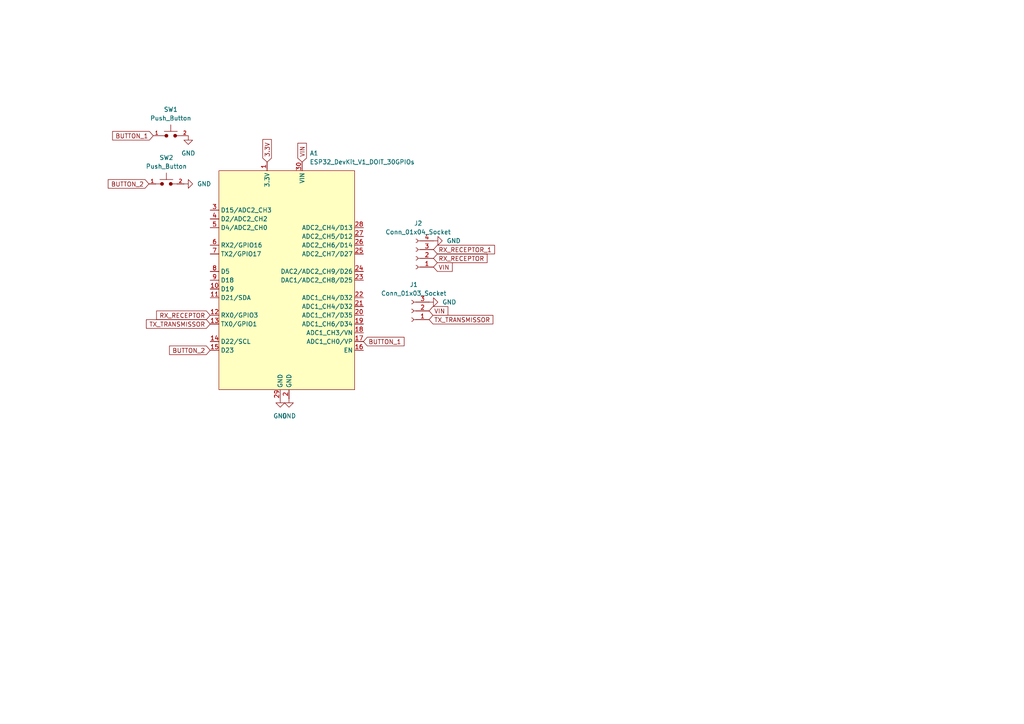
<source format=kicad_sch>
(kicad_sch (version 20231120) (generator "eeschema") (generator_version "8.0")
  (paper "A4")
  (lib_symbols
    (symbol "Connector:Conn_01x03_Socket" (pin_names (offset 1.016) hide)
      (property "Reference" "J" (at 0 5.08 0))
      (property "Value" "Conn_01x03_Socket" (at 0 -5.08 0))
      (symbol "Conn_01x03_Socket_1_1"
        (arc (start 0 -2.032) (mid -0.5058 -2.54) (end 0 -3.048) (stroke (width 0.1524)))
        (polyline (pts (xy -1.27 -2.54) (xy -0.508 -2.54)) (stroke (width 0.1524)))
        (polyline (pts (xy -1.27 0) (xy -0.508 0)) (stroke (width 0.1524)))
        (polyline (pts (xy -1.27 2.54) (xy -0.508 2.54)) (stroke (width 0.1524)))
        (arc (start 0 0.508) (mid -0.5058 0) (end 0 -0.508) (stroke (width 0.1524)))
        (arc (start 0 3.048) (mid -0.5058 2.54) (end 0 2.032) (stroke (width 0.1524)))
        (pin passive line (at -5.08 2.54 0) (length 3.81) (name "Pin_1") (number "1"))
        (pin passive line (at -5.08 0 0) (length 3.81) (name "Pin_2") (number "2"))
        (pin passive line (at -5.08 -2.54 0) (length 3.81) (name "Pin_3") (number "3"))
      )
    )
    (symbol "Connector:Conn_01x04_Socket" (pin_names (offset 1.016) hide)
      (property "Reference" "J" (at 0 5.08 0))
      (property "Value" "Conn_01x04_Socket" (at 0 -7.62 0))
      (symbol "Conn_01x04_Socket_1_1"
        (arc (start 0 -4.572) (mid -0.5058 -5.08) (end 0 -5.588) (stroke (width 0.1524)))
        (arc (start 0 -2.032) (mid -0.5058 -2.54) (end 0 -3.048) (stroke (width 0.1524)))
        (polyline (pts (xy -1.27 -5.08) (xy -0.508 -5.08)) (stroke (width 0.1524)))
        (polyline (pts (xy -1.27 -2.54) (xy -0.508 -2.54)) (stroke (width 0.1524)))
        (polyline (pts (xy -1.27 0) (xy -0.508 0)) (stroke (width 0.1524)))
        (polyline (pts (xy -1.27 2.54) (xy -0.508 2.54)) (stroke (width 0.1524)))
        (arc (start 0 0.508) (mid -0.5058 0) (end 0 -0.508) (stroke (width 0.1524)))
        (arc (start 0 3.048) (mid -0.5058 2.54) (end 0 2.032) (stroke (width 0.1524)))
        (pin passive line (at -5.08 2.54 0) (length 3.81) (name "Pin_1") (number "1"))
        (pin passive line (at -5.08 0 0) (length 3.81) (name "Pin_2") (number "2"))
        (pin passive line (at -5.08 -2.54 0) (length 3.81) (name "Pin_3") (number "3"))
        (pin passive line (at -5.08 -5.08 0) (length 3.81) (name "Pin_4") (number "4"))
      )
    )
    (symbol "PCM_SL_Development_Board:ESP32_DevKit_V1_DOIT_30GPIOs"
      (property "Reference" "A" (at -11.43 34.29 0))
      (property "Value" "ESP32_DevKit_V1_DOIT_30GPIOs" (at 2.54 -22.86 0))
      (symbol "ESP32_DevKit_V1_DOIT_30GPIOs_0_1"
        (rectangle (start -19.05 33.02) (end 20.32 -30.48) (fill (type background)))
      )
      (symbol "ESP32_DevKit_V1_DOIT_30GPIOs_1_1"
        (pin power_in line (at -5.08 35.56 270) (length 2.54) (name "3.3V") (number "1"))
        (pin bidirectional line (at -21.59 -1.27 0) (length 2.54) (name "D19") (number "10"))
        (pin bidirectional line (at -21.59 -3.81 0) (length 2.54) (name "D21/SDA") (number "11"))
        (pin bidirectional line (at -21.59 -8.89 0) (length 2.54) (name "RX0/GPIO3") (number "12"))
        (pin bidirectional line (at -21.59 -11.43 0) (length 2.54) (name "TX0/GPIO1") (number "13"))
        (pin bidirectional line (at -21.59 -16.51 0) (length 2.54) (name "D22/SCL") (number "14"))
        (pin bidirectional line (at -21.59 -19.05 0) (length 2.54) (name "D23") (number "15"))
        (pin bidirectional line (at 22.86 -19.05 180) (length 2.54) (name "EN") (number "16"))
        (pin bidirectional line (at 22.86 -16.51 180) (length 2.54) (name "ADC1_CH0/VP") (number "17"))
        (pin bidirectional line (at 22.86 -13.97 180) (length 2.54) (name "ADC1_CH3/VN") (number "18"))
        (pin bidirectional line (at 22.86 -11.43 180) (length 2.54) (name "ADC1_CH6/D34") (number "19"))
        (pin power_in line (at 1.27 -33.02 90) (length 2.54) (name "GND") (number "2"))
        (pin bidirectional line (at 22.86 -8.89 180) (length 2.54) (name "ADC1_CH7/D35") (number "20"))
        (pin bidirectional line (at 22.86 -6.35 180) (length 2.54) (name "ADC1_CH4/D32") (number "21"))
        (pin bidirectional line (at 22.86 -3.81 180) (length 2.54) (name "ADC1_CH4/D32") (number "22"))
        (pin bidirectional line (at 22.86 1.27 180) (length 2.54) (name "DAC1/ADC2_CH8/D25") (number "23"))
        (pin bidirectional line (at 22.86 3.81 180) (length 2.54) (name "DAC2/ADC2_CH9/D26") (number "24"))
        (pin bidirectional line (at 22.86 8.89 180) (length 2.54) (name "ADC2_CH7/D27") (number "25"))
        (pin bidirectional line (at 22.86 11.43 180) (length 2.54) (name "ADC2_CH6/D14") (number "26"))
        (pin bidirectional line (at 22.86 13.97 180) (length 2.54) (name "ADC2_CH5/D12") (number "27"))
        (pin bidirectional line (at 22.86 16.51 180) (length 2.54) (name "ADC2_CH4/D13") (number "28"))
        (pin power_in line (at -1.27 -33.02 90) (length 2.54) (name "GND") (number "29"))
        (pin bidirectional line (at -21.59 21.59 0) (length 2.54) (name "D15/ADC2_CH3") (number "3"))
        (pin power_in line (at 5.08 35.56 270) (length 2.54) (name "VIN") (number "30"))
        (pin bidirectional line (at -21.59 19.05 0) (length 2.54) (name "D2/ADC2_CH2") (number "4"))
        (pin bidirectional line (at -21.59 16.51 0) (length 2.54) (name "D4/ADC2_CH0") (number "5"))
        (pin bidirectional line (at -21.59 11.43 0) (length 2.54) (name "RX2/GPIO16") (number "6"))
        (pin bidirectional line (at -21.59 8.89 0) (length 2.54) (name "TX2/GPIO17") (number "7"))
        (pin bidirectional line (at -21.59 3.81 0) (length 2.54) (name "D5") (number "8"))
        (pin bidirectional line (at -21.59 1.27 0) (length 2.54) (name "D18") (number "9"))
      )
    )
    (symbol "PCM_SL_Devices:Push_Button"
      (property "Reference" "SW" (at 0 6.35 0))
      (property "Value" "Push_Button" (at 0 4.445 0))
      (symbol "Push_Button_0_1"
        (circle (center -1.27 0) (radius 0.4579) (fill (type outline)))
        (polyline (pts (xy -3.175 0) (xy -1.778 0)))
        (polyline (pts (xy -1.905 1.27) (xy 1.905 1.27)))
        (polyline (pts (xy 0 1.27) (xy 0 3.175)))
        (polyline (pts (xy 1.778 0) (xy 3.175 0)))
        (circle (center 1.27 0) (radius 0.4579) (fill (type outline)))
      )
      (symbol "Push_Button_1_1"
        (pin passive line (at -5.08 0 0) (length 2) (name "") (number "1"))
        (pin passive line (at 5.08 0 180) (length 2) (name "") (number "2"))
      )
    )
    (symbol "power:GND" (power) (pin_numbers hide) (pin_names (offset 0) hide)
      (property "Value" "GND" (at 0 -3.81 0))
      (symbol "GND_0_1"
        (polyline (pts (xy 0 0) (xy 0 -1.27) (xy 1.27 -1.27) (xy 0 -2.54) (xy -1.27 -1.27) (xy 0 -1.27)))
      )
      (symbol "GND_1_1"
        (pin power_in line (at 0 0 270) (length 0) (name "~") (number "1"))
      )
    )
  )
  (global_label "VIN" (shape input) (at 124.46 90.17 0) (property "Intersheetrefs" "${INTERSHEET_REFS}" (effects (hide yes))))
  (global_label "RX_RECEPTOR" (shape input) (at 60.96 91.44 180) (property "Intersheetrefs" "${INTERSHEET_REFS}" (effects (hide yes))))
  (global_label "BUTTON_1" (shape input) (at 105.41 99.06 0) (property "Intersheetrefs" "${INTERSHEET_REFS}" (effects (hide yes))))
  (global_label "VIN" (shape input) (at 87.63 46.99 90) (property "Intersheetrefs" "${INTERSHEET_REFS}" (effects (hide yes))))
  (global_label "3.3V" (shape input) (at 77.47 46.99 90) (property "Intersheetrefs" "${INTERSHEET_REFS}" (effects (hide yes))))
  (global_label "BUTTON_2" (shape input) (at 60.96 101.6 180) (property "Intersheetrefs" "${INTERSHEET_REFS}" (effects (hide yes))))
  (global_label "RX_RECEPTOR_1" (shape input) (at 125.73 72.39 0) (property "Intersheetrefs" "${INTERSHEET_REFS}" (effects (hide yes))))
  (global_label "TX_TRANSMISSOR" (shape input) (at 60.96 93.98 180) (property "Intersheetrefs" "${INTERSHEET_REFS}" (effects (hide yes))))
  (global_label "BUTTON_2" (shape input) (at 43.18 53.34 180) (property "Intersheetrefs" "${INTERSHEET_REFS}" (effects (hide yes))))
  (global_label "BUTTON_1" (shape input) (at 44.45 39.37 180) (property "Intersheetrefs" "${INTERSHEET_REFS}" (effects (hide yes))))
  (global_label "RX_RECEPTOR" (shape input) (at 125.73 74.93 0) (property "Intersheetrefs" "${INTERSHEET_REFS}" (effects (hide yes))))
  (global_label "VIN" (shape input) (at 125.73 77.47 0) (property "Intersheetrefs" "${INTERSHEET_REFS}" (effects (hide yes))))
  (global_label "TX_TRANSMISSOR" (shape input) (at 124.46 92.71 0) (property "Intersheetrefs" "${INTERSHEET_REFS}" (effects (hide yes))))
  (symbol (lib_id "power:GND") (at 125.73 69.85 90) (unit 1)
    (property "Reference" "#PWR02" (effects (hide yes)))
    (property "Value" "GND" (at 129.54 69.8499 90) (effects (justify right)))
    (property "Description" "Power symbol creates a global label with name \"GND\" , ground" (effects (hide yes)))
  )
  (symbol (lib_id "PCM_SL_Development_Board:ESP32_DevKit_V1_DOIT_30GPIOs") (at 82.55 82.55 0) (unit 1)
    (property "Reference" "A1" (at 89.8241 44.45 0) (effects (justify left)))
    (property "Value" "ESP32_DevKit_V1_DOIT_30GPIOs" (at 89.8241 46.99 0) (effects (justify left)))
    (property "Footprint" "PCM_SL_Development_Boards:DOIT_ESP32_DEVKIT_30Pins" (effects (hide yes)))
    (property "Description" "Microcontroller module with ESP32 MCU, WiFi and Bluetooth" (effects (hide yes)))
  )
  (symbol (lib_id "power:GND") (at 54.61 39.37 0) (unit 1)
    (property "Reference" "#PWR06" (effects (hide yes)))
    (property "Value" "GND" (at 54.61 44.45 0))
    (property "Description" "Power symbol creates a global label with name \"GND\" , ground" (effects (hide yes)))
  )
  (symbol (lib_id "PCM_SL_Devices:Push_Button") (at 48.26 53.34 0) (unit 1)
    (property "Reference" "SW2" (at 48.26 45.72 0))
    (property "Value" "Push_Button" (at 48.26 48.26 0))
    (property "Footprint" "Button_Switch_THT:SW_PUSH_6mm" (effects (hide yes)))
    (property "Description" "Common 6mmx6mm Push Button" (effects (hide yes)))
  )
  (symbol (lib_id "Connector:Conn_01x03_Socket") (at 119.38 90.17 180) (unit 1)
    (property "Reference" "J1" (at 120.015 82.55 0))
    (property "Value" "Conn_01x03_Socket" (at 120.015 85.09 0))
    (property "Footprint" "Connector_PinSocket_2.54mm:PinSocket_1x03_P2.54mm_Vertical" (effects (hide yes)))
    (property "Description" "Generic connector, single row, 01x03, script generated" (effects (hide yes)))
  )
  (symbol (lib_id "PCM_SL_Devices:Push_Button") (at 49.53 39.37 0) (unit 1)
    (property "Reference" "SW1" (at 49.53 31.75 0))
    (property "Value" "Push_Button" (at 49.53 34.29 0))
    (property "Footprint" "Button_Switch_THT:SW_PUSH_6mm" (effects (hide yes)))
    (property "Description" "Common 6mmx6mm Push Button" (effects (hide yes)))
  )
  (symbol (lib_id "Connector:Conn_01x04_Socket") (at 120.65 74.93 180) (unit 1)
    (property "Reference" "J2" (at 121.285 64.77 0))
    (property "Value" "Conn_01x04_Socket" (at 121.285 67.31 0))
    (property "Footprint" "Connector_PinSocket_2.54mm:PinSocket_1x04_P2.54mm_Vertical" (effects (hide yes)))
    (property "Description" "Generic connector, single row, 01x04, script generated" (effects (hide yes)))
  )
  (symbol (lib_id "power:GND") (at 53.34 53.34 90) (unit 1)
    (property "Reference" "#PWR05" (effects (hide yes)))
    (property "Value" "GND" (at 57.15 53.3399 90) (effects (justify right)))
    (property "Description" "Power symbol creates a global label with name \"GND\" , ground" (effects (hide yes)))
  )
  (symbol (lib_id "power:GND") (at 83.82 115.57 0) (unit 1)
    (property "Reference" "#PWR03" (effects (hide yes)))
    (property "Value" "GND" (at 83.82 120.65 0))
    (property "Description" "Power symbol creates a global label with name \"GND\" , ground" (effects (hide yes)))
  )
  (symbol (lib_id "power:GND") (at 124.46 87.63 90) (unit 1)
    (property "Reference" "#PWR01" (effects (hide yes)))
    (property "Value" "GND" (at 128.27 87.6299 90) (effects (justify right)))
    (property "Description" "Power symbol creates a global label with name \"GND\" , ground" (effects (hide yes)))
  )
  (symbol (lib_id "power:GND") (at 81.28 115.57 0) (unit 1)
    (property "Reference" "#PWR04" (effects (hide yes)))
    (property "Value" "GND" (at 81.28 120.65 0))
    (property "Description" "Power symbol creates a global label with name \"GND\" , ground" (effects (hide yes)))
  )
)
</source>
